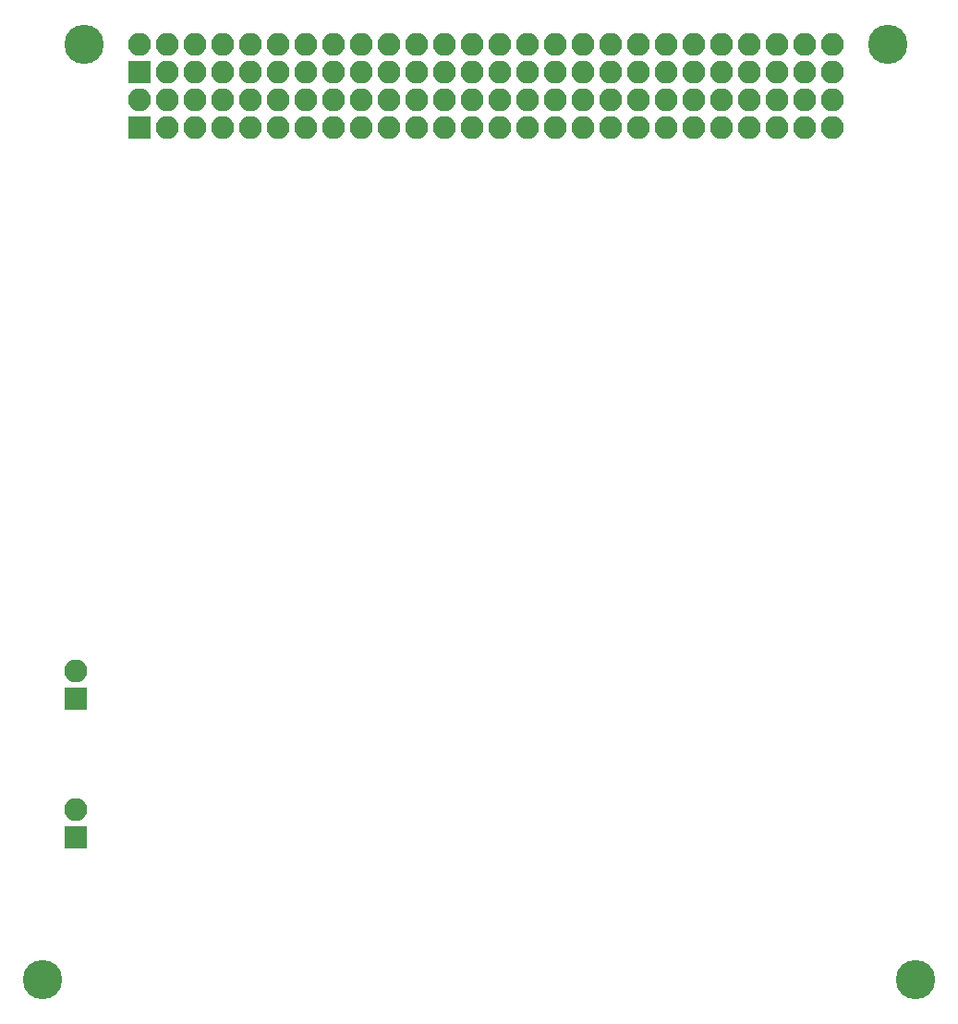
<source format=gbs>
G04 #@! TF.FileFunction,Soldermask,Bot*
%FSLAX46Y46*%
G04 Gerber Fmt 4.6, Leading zero omitted, Abs format (unit mm)*
G04 Created by KiCad (PCBNEW 4.0.7) date Tue Jul  3 17:04:54 2018*
%MOMM*%
%LPD*%
G01*
G04 APERTURE LIST*
%ADD10C,0.100000*%
%ADD11R,2.100000X2.100000*%
%ADD12O,2.100000X2.100000*%
%ADD13C,3.600000*%
G04 APERTURE END LIST*
D10*
D11*
X118110000Y-60960000D03*
D12*
X118110000Y-58420000D03*
X120650000Y-60960000D03*
X120650000Y-58420000D03*
X123190000Y-60960000D03*
X123190000Y-58420000D03*
X125730000Y-60960000D03*
X125730000Y-58420000D03*
X128270000Y-60960000D03*
X128270000Y-58420000D03*
X130810000Y-60960000D03*
X130810000Y-58420000D03*
X133350000Y-60960000D03*
X133350000Y-58420000D03*
X135890000Y-60960000D03*
X135890000Y-58420000D03*
X138430000Y-60960000D03*
X138430000Y-58420000D03*
X140970000Y-60960000D03*
X140970000Y-58420000D03*
X143510000Y-60960000D03*
X143510000Y-58420000D03*
X146050000Y-60960000D03*
X146050000Y-58420000D03*
X148590000Y-60960000D03*
X148590000Y-58420000D03*
X151130000Y-60960000D03*
X151130000Y-58420000D03*
X153670000Y-60960000D03*
X153670000Y-58420000D03*
X156210000Y-60960000D03*
X156210000Y-58420000D03*
X158750000Y-60960000D03*
X158750000Y-58420000D03*
X161290000Y-60960000D03*
X161290000Y-58420000D03*
X163830000Y-60960000D03*
X163830000Y-58420000D03*
X166370000Y-60960000D03*
X166370000Y-58420000D03*
X168910000Y-60960000D03*
X168910000Y-58420000D03*
X171450000Y-60960000D03*
X171450000Y-58420000D03*
X173990000Y-60960000D03*
X173990000Y-58420000D03*
X176530000Y-60960000D03*
X176530000Y-58420000D03*
X179070000Y-60960000D03*
X179070000Y-58420000D03*
X181610000Y-60960000D03*
X181610000Y-58420000D03*
D11*
X118110000Y-55879995D03*
D12*
X118110000Y-53339995D03*
X120650000Y-55879995D03*
X120650000Y-53339995D03*
X123190000Y-55879995D03*
X123190000Y-53339995D03*
X125730000Y-55879995D03*
X125730000Y-53339995D03*
X128270000Y-55879995D03*
X128270000Y-53339995D03*
X130810000Y-55879995D03*
X130810000Y-53339995D03*
X133350000Y-55879995D03*
X133350000Y-53339995D03*
X135890000Y-55879995D03*
X135890000Y-53339995D03*
X138430000Y-55879995D03*
X138430000Y-53339995D03*
X140970000Y-55879995D03*
X140970000Y-53339995D03*
X143510000Y-55879995D03*
X143510000Y-53339995D03*
X146050000Y-55879995D03*
X146050000Y-53339995D03*
X148590000Y-55879995D03*
X148590000Y-53339995D03*
X151130000Y-55879995D03*
X151130000Y-53339995D03*
X153670000Y-55879995D03*
X153670000Y-53339995D03*
X156210000Y-55879995D03*
X156210000Y-53339995D03*
X158750000Y-55879995D03*
X158750000Y-53339995D03*
X161290000Y-55879995D03*
X161290000Y-53339995D03*
X163830000Y-55879995D03*
X163830000Y-53339995D03*
X166370000Y-55879995D03*
X166370000Y-53339995D03*
X168910000Y-55879995D03*
X168910000Y-53339995D03*
X171450000Y-55879995D03*
X171450000Y-53339995D03*
X173990000Y-55879995D03*
X173990000Y-53339995D03*
X176530000Y-55879995D03*
X176530000Y-53339995D03*
X179070000Y-55879995D03*
X179070000Y-53339995D03*
X181610000Y-55879995D03*
X181610000Y-53339995D03*
D11*
X112268000Y-113284000D03*
D12*
X112268000Y-110744000D03*
D13*
X113030000Y-53340000D03*
X186690000Y-53340000D03*
X109220000Y-139070000D03*
X189230000Y-139070000D03*
D11*
X112268000Y-125984000D03*
D12*
X112268000Y-123444000D03*
M02*

</source>
